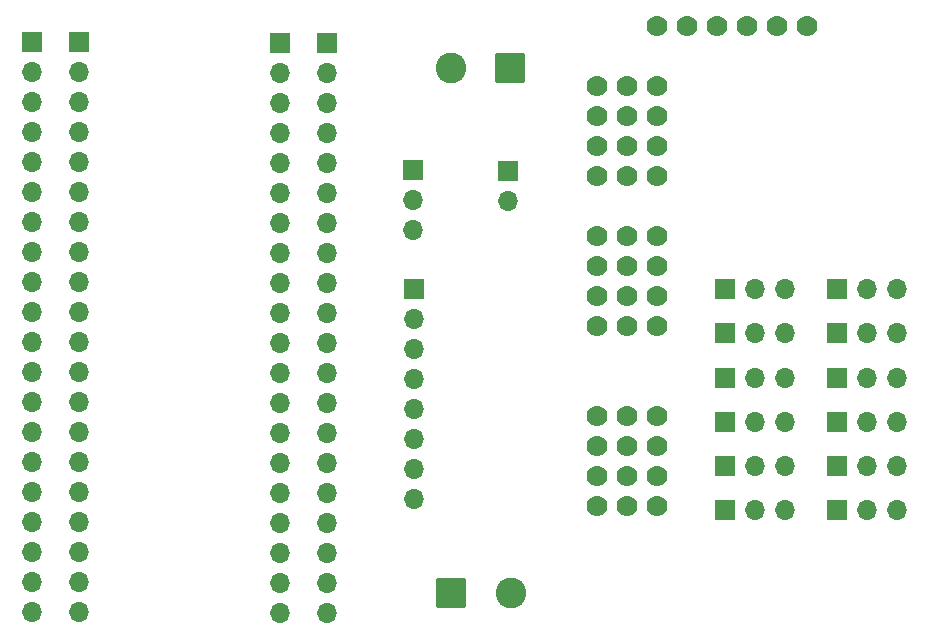
<source format=gbr>
%TF.GenerationSoftware,KiCad,Pcbnew,9.0.0*%
%TF.CreationDate,2025-03-26T16:22:17-04:00*%
%TF.ProjectId,spotmicro17mm,73706f74-6d69-4637-926f-31376d6d2e6b,rev?*%
%TF.SameCoordinates,Original*%
%TF.FileFunction,Soldermask,Bot*%
%TF.FilePolarity,Negative*%
%FSLAX46Y46*%
G04 Gerber Fmt 4.6, Leading zero omitted, Abs format (unit mm)*
G04 Created by KiCad (PCBNEW 9.0.0) date 2025-03-26 16:22:17*
%MOMM*%
%LPD*%
G01*
G04 APERTURE LIST*
G04 Aperture macros list*
%AMRoundRect*
0 Rectangle with rounded corners*
0 $1 Rounding radius*
0 $2 $3 $4 $5 $6 $7 $8 $9 X,Y pos of 4 corners*
0 Add a 4 corners polygon primitive as box body*
4,1,4,$2,$3,$4,$5,$6,$7,$8,$9,$2,$3,0*
0 Add four circle primitives for the rounded corners*
1,1,$1+$1,$2,$3*
1,1,$1+$1,$4,$5*
1,1,$1+$1,$6,$7*
1,1,$1+$1,$8,$9*
0 Add four rect primitives between the rounded corners*
20,1,$1+$1,$2,$3,$4,$5,0*
20,1,$1+$1,$4,$5,$6,$7,0*
20,1,$1+$1,$6,$7,$8,$9,0*
20,1,$1+$1,$8,$9,$2,$3,0*%
G04 Aperture macros list end*
%ADD10R,1.700000X1.700000*%
%ADD11O,1.700000X1.700000*%
%ADD12RoundRect,0.250000X1.050000X1.050000X-1.050000X1.050000X-1.050000X-1.050000X1.050000X-1.050000X0*%
%ADD13C,2.600000*%
%ADD14RoundRect,0.250000X-1.050000X-1.050000X1.050000X-1.050000X1.050000X1.050000X-1.050000X1.050000X0*%
%ADD15C,1.778000*%
G04 APERTURE END LIST*
D10*
%TO.C,J9*%
X146170000Y-88000000D03*
D11*
X148710000Y-88000000D03*
X151250000Y-88000000D03*
%TD*%
D10*
%TO.C,J14*%
X91500000Y-63360000D03*
D11*
X91500000Y-65900000D03*
X91500000Y-68440000D03*
X91500000Y-70980000D03*
X91500000Y-73520000D03*
X91500000Y-76060000D03*
X91500000Y-78600000D03*
X91500000Y-81140000D03*
X91500000Y-83680000D03*
X91500000Y-86220000D03*
X91500000Y-88760000D03*
X91500000Y-91300000D03*
X91500000Y-93840000D03*
X91500000Y-96380000D03*
X91500000Y-98920000D03*
X91500000Y-101460000D03*
X91500000Y-104000000D03*
X91500000Y-106540000D03*
X91500000Y-109080000D03*
X91500000Y-111620000D03*
%TD*%
D10*
%TO.C,J6*%
X155670000Y-99250000D03*
D11*
X158210000Y-99250000D03*
X160750000Y-99250000D03*
%TD*%
D10*
%TO.C,J18*%
X127750000Y-74250000D03*
D11*
X127750000Y-76790000D03*
%TD*%
D12*
%TO.C,J21*%
X127993453Y-65577500D03*
D13*
X122993453Y-65577500D03*
%TD*%
D10*
%TO.C,J4*%
X155670000Y-91750000D03*
D11*
X158210000Y-91750000D03*
X160750000Y-91750000D03*
%TD*%
D10*
%TO.C,J17*%
X112500000Y-63400000D03*
D11*
X112500000Y-65940000D03*
X112500000Y-68480000D03*
X112500000Y-71020000D03*
X112500000Y-73560000D03*
X112500000Y-76100000D03*
X112500000Y-78640000D03*
X112500000Y-81180000D03*
X112500000Y-83720000D03*
X112500000Y-86260000D03*
X112500000Y-88800000D03*
X112500000Y-91340000D03*
X112500000Y-93880000D03*
X112500000Y-96420000D03*
X112500000Y-98960000D03*
X112500000Y-101500000D03*
X112500000Y-104040000D03*
X112500000Y-106580000D03*
X112500000Y-109120000D03*
X112500000Y-111660000D03*
%TD*%
D10*
%TO.C,J13*%
X146170000Y-103000000D03*
D11*
X148710000Y-103000000D03*
X151250000Y-103000000D03*
%TD*%
D10*
%TO.C,J3*%
X155670000Y-88000000D03*
D11*
X158210000Y-88000000D03*
X160750000Y-88000000D03*
%TD*%
D10*
%TO.C,J15*%
X108500000Y-63400000D03*
D11*
X108500000Y-65940000D03*
X108500000Y-68480000D03*
X108500000Y-71020000D03*
X108500000Y-73560000D03*
X108500000Y-76100000D03*
X108500000Y-78640000D03*
X108500000Y-81180000D03*
X108500000Y-83720000D03*
X108500000Y-86260000D03*
X108500000Y-88800000D03*
X108500000Y-91340000D03*
X108500000Y-93880000D03*
X108500000Y-96420000D03*
X108500000Y-98960000D03*
X108500000Y-101500000D03*
X108500000Y-104040000D03*
X108500000Y-106580000D03*
X108500000Y-109120000D03*
X108500000Y-111660000D03*
%TD*%
D10*
%TO.C,J11*%
X146170000Y-95500000D03*
D11*
X148710000Y-95500000D03*
X151250000Y-95500000D03*
%TD*%
D14*
%TO.C,J1*%
X123000000Y-110000000D03*
D13*
X128000000Y-110000000D03*
%TD*%
D10*
%TO.C,J16*%
X87500000Y-63360000D03*
D11*
X87500000Y-65900000D03*
X87500000Y-68440000D03*
X87500000Y-70980000D03*
X87500000Y-73520000D03*
X87500000Y-76060000D03*
X87500000Y-78600000D03*
X87500000Y-81140000D03*
X87500000Y-83680000D03*
X87500000Y-86220000D03*
X87500000Y-88760000D03*
X87500000Y-91300000D03*
X87500000Y-93840000D03*
X87500000Y-96380000D03*
X87500000Y-98920000D03*
X87500000Y-101460000D03*
X87500000Y-104000000D03*
X87500000Y-106540000D03*
X87500000Y-109080000D03*
X87500000Y-111620000D03*
%TD*%
D10*
%TO.C,J8*%
X146170000Y-84250000D03*
D11*
X148710000Y-84250000D03*
X151250000Y-84250000D03*
%TD*%
D10*
%TO.C,J5*%
X155670000Y-95500000D03*
D11*
X158210000Y-95500000D03*
X160750000Y-95500000D03*
%TD*%
D10*
%TO.C,J10*%
X146170000Y-91750000D03*
D11*
X148710000Y-91750000D03*
X151250000Y-91750000D03*
%TD*%
D10*
%TO.C,J20*%
X119800000Y-84260000D03*
D11*
X119800000Y-86800000D03*
X119800000Y-89340000D03*
X119800000Y-91880000D03*
X119800000Y-94420000D03*
X119800000Y-96960000D03*
X119800000Y-99500000D03*
X119800000Y-102040000D03*
%TD*%
D10*
%TO.C,J12*%
X146170000Y-99250000D03*
D11*
X148710000Y-99250000D03*
X151250000Y-99250000D03*
%TD*%
D10*
%TO.C,J19*%
X119750000Y-74210000D03*
D11*
X119750000Y-76750000D03*
X119750000Y-79290000D03*
%TD*%
D10*
%TO.C,J7*%
X155670000Y-103000000D03*
D11*
X158210000Y-103000000D03*
X160750000Y-103000000D03*
%TD*%
D15*
%TO.C,U2*%
X140440000Y-67050000D03*
X140440000Y-69590000D03*
X140440000Y-72130000D03*
X140440000Y-74670000D03*
X140440000Y-79750000D03*
X140440000Y-82290000D03*
X140440000Y-84830000D03*
X140440000Y-87370000D03*
X140440000Y-94990000D03*
X140440000Y-97530000D03*
X140440000Y-100070000D03*
X140440000Y-102610000D03*
X153140000Y-61970000D03*
X135360000Y-67050000D03*
X135360000Y-69590000D03*
X135360000Y-72130000D03*
X135360000Y-74670000D03*
X135360000Y-79750000D03*
X135360000Y-82290000D03*
X135360000Y-84830000D03*
X135360000Y-87370000D03*
X135360000Y-94990000D03*
X135360000Y-97530000D03*
X135360000Y-100070000D03*
X135360000Y-102610000D03*
X150600000Y-61970000D03*
X148060000Y-61970000D03*
X145520000Y-61970000D03*
X140440000Y-61970000D03*
X137900000Y-67050000D03*
X137900000Y-69590000D03*
X137900000Y-72130000D03*
X137900000Y-74670000D03*
X137900000Y-79750000D03*
X137900000Y-82290000D03*
X137900000Y-84830000D03*
X137900000Y-87370000D03*
X137900000Y-94990000D03*
X137900000Y-97530000D03*
X137900000Y-100070000D03*
X137900000Y-102610000D03*
X142980000Y-61970000D03*
%TD*%
D10*
%TO.C,J2*%
X155670000Y-84250000D03*
D11*
X158210000Y-84250000D03*
X160750000Y-84250000D03*
%TD*%
M02*

</source>
